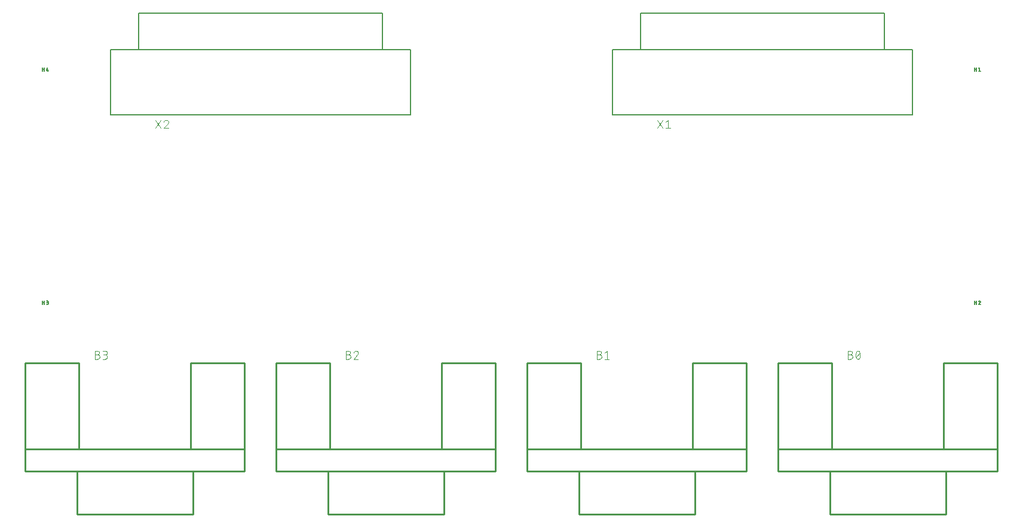
<source format=gbr>
G04 EAGLE Gerber X2 export*
%TF.Part,Single*%
%TF.FileFunction,Legend,Top,1*%
%TF.FilePolarity,Positive*%
%TF.GenerationSoftware,Autodesk,EAGLE,8.6.0*%
%TF.CreationDate,2018-02-23T00:46:13Z*%
G75*
%MOIN*%
%FSLAX34Y34*%
%LPD*%
%AMOC8*
5,1,8,0,0,1.08239X$1,22.5*%
G01*
%ADD10C,0.010000*%
%ADD11C,0.004000*%
%ADD12C,0.005000*%
%ADD13C,0.008000*%


D10*
X48270Y-2395D02*
X48270Y15D01*
X45380Y15D01*
X45380Y1265D01*
X45380Y6065D01*
X57620Y6055D02*
X57620Y1265D01*
X57620Y15D01*
X54730Y15D01*
X54730Y-2395D01*
X48270Y-2395D01*
X48270Y15D02*
X54730Y15D01*
X48380Y6065D02*
X45380Y6065D01*
X48380Y6065D02*
X48380Y1320D01*
X54620Y6055D02*
X57620Y6055D01*
X54620Y6055D02*
X54620Y1320D01*
X57620Y1265D02*
X45380Y1265D01*
D11*
X49270Y6526D02*
X49398Y6526D01*
X49419Y6524D01*
X49440Y6519D01*
X49459Y6511D01*
X49477Y6499D01*
X49492Y6485D01*
X49505Y6468D01*
X49515Y6449D01*
X49522Y6429D01*
X49526Y6409D01*
X49526Y6387D01*
X49522Y6367D01*
X49515Y6347D01*
X49505Y6328D01*
X49492Y6311D01*
X49477Y6297D01*
X49459Y6285D01*
X49440Y6277D01*
X49419Y6272D01*
X49398Y6270D01*
X49270Y6270D01*
X49270Y6730D01*
X49398Y6730D01*
X49417Y6728D01*
X49435Y6723D01*
X49452Y6715D01*
X49467Y6703D01*
X49479Y6689D01*
X49489Y6673D01*
X49496Y6656D01*
X49500Y6637D01*
X49500Y6619D01*
X49496Y6600D01*
X49489Y6583D01*
X49479Y6567D01*
X49467Y6553D01*
X49452Y6541D01*
X49435Y6533D01*
X49417Y6528D01*
X49398Y6526D01*
X49698Y6500D02*
X49700Y6534D01*
X49704Y6568D01*
X49712Y6602D01*
X49723Y6635D01*
X49736Y6666D01*
X49743Y6681D01*
X49752Y6695D01*
X49764Y6707D01*
X49778Y6717D01*
X49793Y6724D01*
X49809Y6729D01*
X49826Y6730D01*
X49843Y6729D01*
X49859Y6724D01*
X49874Y6717D01*
X49888Y6707D01*
X49900Y6695D01*
X49909Y6681D01*
X49916Y6666D01*
X49929Y6635D01*
X49940Y6602D01*
X49948Y6568D01*
X49952Y6534D01*
X49954Y6500D01*
X49698Y6500D02*
X49700Y6466D01*
X49704Y6432D01*
X49712Y6398D01*
X49723Y6365D01*
X49736Y6334D01*
X49743Y6319D01*
X49752Y6305D01*
X49764Y6293D01*
X49778Y6283D01*
X49793Y6276D01*
X49809Y6271D01*
X49826Y6270D01*
X49916Y6334D02*
X49929Y6365D01*
X49940Y6398D01*
X49948Y6432D01*
X49952Y6466D01*
X49954Y6500D01*
X49916Y6334D02*
X49909Y6319D01*
X49900Y6305D01*
X49888Y6293D01*
X49874Y6283D01*
X49859Y6276D01*
X49843Y6271D01*
X49826Y6270D01*
X49724Y6372D02*
X49928Y6628D01*
D10*
X34270Y15D02*
X34270Y-2395D01*
X34270Y15D02*
X31380Y15D01*
X31380Y1265D01*
X31380Y6065D01*
X43620Y6055D02*
X43620Y1265D01*
X43620Y15D01*
X40730Y15D01*
X40730Y-2395D01*
X34270Y-2395D01*
X34270Y15D02*
X40730Y15D01*
X34380Y6065D02*
X31380Y6065D01*
X34380Y6065D02*
X34380Y1320D01*
X40620Y6055D02*
X43620Y6055D01*
X40620Y6055D02*
X40620Y1320D01*
X43620Y1265D02*
X31380Y1265D01*
D11*
X35270Y6526D02*
X35398Y6526D01*
X35419Y6524D01*
X35440Y6519D01*
X35459Y6511D01*
X35477Y6499D01*
X35492Y6485D01*
X35505Y6468D01*
X35515Y6449D01*
X35522Y6429D01*
X35526Y6409D01*
X35526Y6387D01*
X35522Y6367D01*
X35515Y6347D01*
X35505Y6328D01*
X35492Y6311D01*
X35477Y6297D01*
X35459Y6285D01*
X35440Y6277D01*
X35419Y6272D01*
X35398Y6270D01*
X35270Y6270D01*
X35270Y6730D01*
X35398Y6730D01*
X35417Y6728D01*
X35435Y6723D01*
X35452Y6715D01*
X35467Y6703D01*
X35479Y6689D01*
X35489Y6673D01*
X35496Y6656D01*
X35500Y6637D01*
X35500Y6619D01*
X35496Y6600D01*
X35489Y6583D01*
X35479Y6567D01*
X35467Y6553D01*
X35452Y6541D01*
X35435Y6533D01*
X35417Y6528D01*
X35398Y6526D01*
X35698Y6628D02*
X35826Y6730D01*
X35826Y6270D01*
X35698Y6270D02*
X35954Y6270D01*
D10*
X20270Y15D02*
X20270Y-2395D01*
X20270Y15D02*
X17380Y15D01*
X17380Y1265D01*
X17380Y6065D01*
X29620Y6055D02*
X29620Y1265D01*
X29620Y15D01*
X26730Y15D01*
X26730Y-2395D01*
X20270Y-2395D01*
X20270Y15D02*
X26730Y15D01*
X20380Y6065D02*
X17380Y6065D01*
X20380Y6065D02*
X20380Y1320D01*
X26620Y6055D02*
X29620Y6055D01*
X26620Y6055D02*
X26620Y1320D01*
X29620Y1265D02*
X17380Y1265D01*
D11*
X21270Y6526D02*
X21398Y6526D01*
X21419Y6524D01*
X21440Y6519D01*
X21459Y6511D01*
X21477Y6499D01*
X21492Y6485D01*
X21505Y6468D01*
X21515Y6449D01*
X21522Y6429D01*
X21526Y6409D01*
X21526Y6387D01*
X21522Y6367D01*
X21515Y6347D01*
X21505Y6328D01*
X21492Y6311D01*
X21477Y6297D01*
X21459Y6285D01*
X21440Y6277D01*
X21419Y6272D01*
X21398Y6270D01*
X21270Y6270D01*
X21270Y6730D01*
X21398Y6730D01*
X21417Y6728D01*
X21435Y6723D01*
X21452Y6715D01*
X21467Y6703D01*
X21479Y6689D01*
X21489Y6673D01*
X21496Y6656D01*
X21500Y6637D01*
X21500Y6619D01*
X21496Y6600D01*
X21489Y6583D01*
X21479Y6567D01*
X21467Y6553D01*
X21452Y6541D01*
X21435Y6533D01*
X21417Y6528D01*
X21398Y6526D01*
X21839Y6730D02*
X21859Y6728D01*
X21878Y6723D01*
X21897Y6715D01*
X21913Y6703D01*
X21927Y6689D01*
X21939Y6673D01*
X21947Y6654D01*
X21952Y6635D01*
X21954Y6615D01*
X21839Y6730D02*
X21816Y6728D01*
X21793Y6723D01*
X21772Y6714D01*
X21752Y6702D01*
X21734Y6687D01*
X21719Y6669D01*
X21707Y6649D01*
X21698Y6628D01*
X21916Y6525D02*
X21929Y6540D01*
X21940Y6557D01*
X21948Y6576D01*
X21952Y6595D01*
X21954Y6615D01*
X21916Y6526D02*
X21698Y6270D01*
X21954Y6270D01*
D10*
X6270Y15D02*
X6270Y-2395D01*
X6270Y15D02*
X3380Y15D01*
X3380Y1265D01*
X3380Y6065D01*
X15620Y6055D02*
X15620Y1265D01*
X15620Y15D01*
X12730Y15D01*
X12730Y-2395D01*
X6270Y-2395D01*
X6270Y15D02*
X12730Y15D01*
X6380Y6065D02*
X3380Y6065D01*
X6380Y6065D02*
X6380Y1320D01*
X12620Y6055D02*
X15620Y6055D01*
X12620Y6055D02*
X12620Y1320D01*
X15620Y1265D02*
X3380Y1265D01*
D11*
X7270Y6526D02*
X7398Y6526D01*
X7419Y6524D01*
X7440Y6519D01*
X7459Y6511D01*
X7477Y6499D01*
X7492Y6485D01*
X7505Y6468D01*
X7515Y6449D01*
X7522Y6429D01*
X7526Y6409D01*
X7526Y6387D01*
X7522Y6367D01*
X7515Y6347D01*
X7505Y6328D01*
X7492Y6311D01*
X7477Y6297D01*
X7459Y6285D01*
X7440Y6277D01*
X7419Y6272D01*
X7398Y6270D01*
X7270Y6270D01*
X7270Y6730D01*
X7398Y6730D01*
X7417Y6728D01*
X7435Y6723D01*
X7452Y6715D01*
X7467Y6703D01*
X7479Y6689D01*
X7489Y6673D01*
X7496Y6656D01*
X7500Y6637D01*
X7500Y6619D01*
X7496Y6600D01*
X7489Y6583D01*
X7479Y6567D01*
X7467Y6553D01*
X7452Y6541D01*
X7435Y6533D01*
X7417Y6528D01*
X7398Y6526D01*
X7698Y6270D02*
X7826Y6270D01*
X7847Y6272D01*
X7868Y6277D01*
X7887Y6285D01*
X7905Y6297D01*
X7920Y6311D01*
X7933Y6328D01*
X7943Y6347D01*
X7950Y6367D01*
X7954Y6387D01*
X7954Y6409D01*
X7950Y6429D01*
X7943Y6449D01*
X7933Y6468D01*
X7920Y6485D01*
X7905Y6499D01*
X7887Y6511D01*
X7868Y6519D01*
X7847Y6524D01*
X7826Y6526D01*
X7852Y6730D02*
X7698Y6730D01*
X7852Y6730D02*
X7871Y6728D01*
X7889Y6723D01*
X7906Y6715D01*
X7921Y6703D01*
X7933Y6689D01*
X7943Y6673D01*
X7950Y6656D01*
X7954Y6637D01*
X7954Y6619D01*
X7950Y6600D01*
X7943Y6583D01*
X7933Y6567D01*
X7921Y6553D01*
X7906Y6541D01*
X7889Y6533D01*
X7871Y6528D01*
X7852Y6526D01*
X7749Y6526D01*
D12*
X56336Y22325D02*
X56336Y22515D01*
X56336Y22431D02*
X56441Y22431D01*
X56441Y22515D02*
X56441Y22325D01*
X56559Y22473D02*
X56612Y22515D01*
X56612Y22325D01*
X56664Y22325D02*
X56559Y22325D01*
X56336Y9515D02*
X56336Y9325D01*
X56336Y9431D02*
X56441Y9431D01*
X56441Y9515D02*
X56441Y9325D01*
X56617Y9515D02*
X56629Y9513D01*
X56641Y9509D01*
X56651Y9501D01*
X56659Y9491D01*
X56663Y9479D01*
X56665Y9467D01*
X56617Y9515D02*
X56604Y9514D01*
X56592Y9510D01*
X56581Y9503D01*
X56572Y9495D01*
X56564Y9484D01*
X56559Y9473D01*
X56648Y9430D02*
X56657Y9441D01*
X56662Y9453D01*
X56664Y9467D01*
X56649Y9431D02*
X56559Y9325D01*
X56664Y9325D01*
X4336Y9325D02*
X4336Y9515D01*
X4336Y9431D02*
X4441Y9431D01*
X4441Y9515D02*
X4441Y9325D01*
X4559Y9325D02*
X4612Y9325D01*
X4626Y9327D01*
X4639Y9332D01*
X4649Y9341D01*
X4658Y9352D01*
X4663Y9364D01*
X4665Y9378D01*
X4663Y9392D01*
X4658Y9405D01*
X4649Y9415D01*
X4639Y9424D01*
X4626Y9429D01*
X4612Y9431D01*
X4622Y9515D02*
X4559Y9515D01*
X4622Y9515D02*
X4634Y9513D01*
X4645Y9508D01*
X4654Y9501D01*
X4660Y9490D01*
X4664Y9479D01*
X4664Y9467D01*
X4660Y9456D01*
X4654Y9445D01*
X4645Y9438D01*
X4634Y9433D01*
X4622Y9431D01*
X4580Y9431D01*
X4336Y22325D02*
X4336Y22515D01*
X4336Y22431D02*
X4441Y22431D01*
X4441Y22515D02*
X4441Y22325D01*
X4559Y22367D02*
X4601Y22515D01*
X4559Y22367D02*
X4664Y22367D01*
X4633Y22409D02*
X4633Y22325D01*
D13*
X51291Y23520D02*
X51291Y25567D01*
X37709Y25567D01*
X37709Y23520D01*
X36129Y23520D01*
X36129Y19878D01*
X52866Y19878D01*
X52866Y23520D01*
X51291Y23520D01*
X37709Y23520D01*
D11*
X38937Y19602D02*
X38631Y19142D01*
X38937Y19142D02*
X38631Y19602D01*
X39106Y19500D02*
X39234Y19602D01*
X39234Y19142D01*
X39106Y19142D02*
X39362Y19142D01*
D13*
X23291Y23520D02*
X23291Y25567D01*
X9709Y25567D01*
X9709Y23520D01*
X8129Y23520D01*
X8129Y19878D01*
X24866Y19878D01*
X24866Y23520D01*
X23291Y23520D01*
X9709Y23520D01*
D11*
X10937Y19602D02*
X10631Y19142D01*
X10937Y19142D02*
X10631Y19602D01*
X11247Y19602D02*
X11267Y19600D01*
X11286Y19595D01*
X11305Y19587D01*
X11321Y19575D01*
X11335Y19561D01*
X11347Y19545D01*
X11355Y19526D01*
X11360Y19507D01*
X11362Y19487D01*
X11247Y19602D02*
X11224Y19600D01*
X11201Y19595D01*
X11180Y19586D01*
X11160Y19574D01*
X11142Y19559D01*
X11127Y19541D01*
X11115Y19521D01*
X11106Y19500D01*
X11324Y19397D02*
X11337Y19412D01*
X11348Y19429D01*
X11356Y19448D01*
X11360Y19467D01*
X11362Y19487D01*
X11324Y19398D02*
X11106Y19142D01*
X11362Y19142D01*
M02*

</source>
